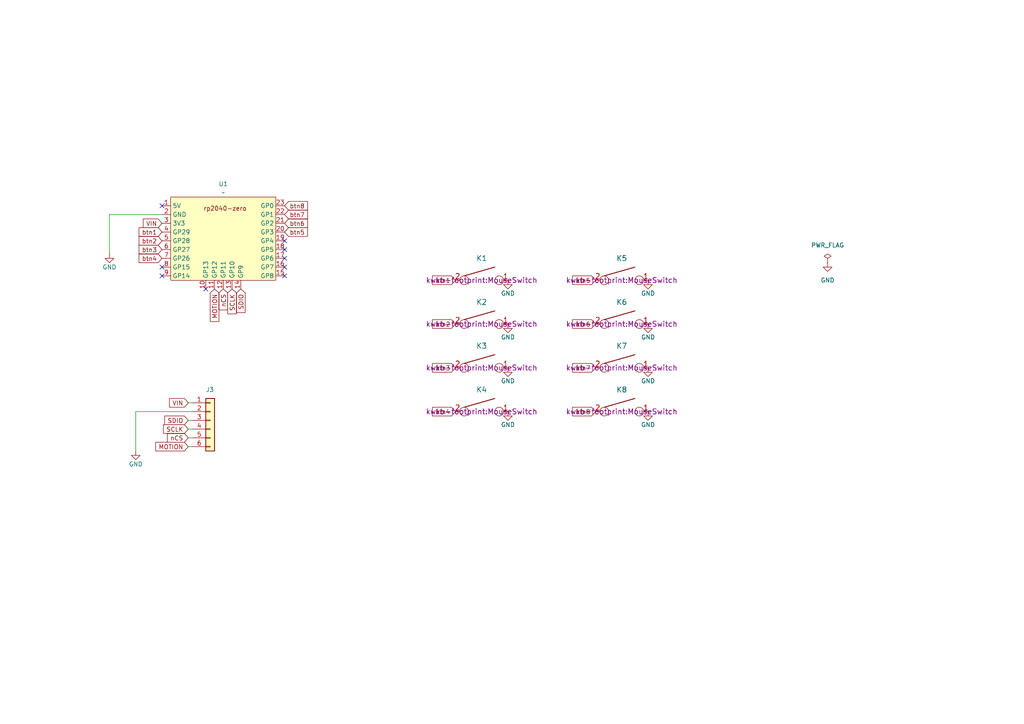
<source format=kicad_sch>
(kicad_sch (version 20231120) (generator "eeschema") (generator_version "8.0")
  (paper "A4")
  (lib_symbols
    (symbol "Connector_Generic:Conn_01x06" (pin_names (offset 1.016) hide)
      (property "Reference" "J" (at 0 7.62 0))
      (property "Value" "Conn_01x06" (at 0 -10.16 0))
      (symbol "Conn_01x06_1_1"
        (rectangle (start -1.27 -7.493) (end 0 -7.747) (stroke (width 0.1524)))
        (rectangle (start -1.27 -4.953) (end 0 -5.207) (stroke (width 0.1524)))
        (rectangle (start -1.27 -2.413) (end 0 -2.667) (stroke (width 0.1524)))
        (rectangle (start -1.27 0.127) (end 0 -0.127) (stroke (width 0.1524)))
        (rectangle (start -1.27 2.667) (end 0 2.413) (stroke (width 0.1524)))
        (rectangle (start -1.27 5.207) (end 0 4.953) (stroke (width 0.1524)))
        (rectangle (start -1.27 6.35) (end 1.27 -8.89) (stroke (width 0.254)) (fill (type background)))
        (pin passive line (at -5.08 5.08 0) (length 3.81) (name "Pin_1") (number "1"))
        (pin passive line (at -5.08 2.54 0) (length 3.81) (name "Pin_2") (number "2"))
        (pin passive line (at -5.08 0 0) (length 3.81) (name "Pin_3") (number "3"))
        (pin passive line (at -5.08 -2.54 0) (length 3.81) (name "Pin_4") (number "4"))
        (pin passive line (at -5.08 -5.08 0) (length 3.81) (name "Pin_5") (number "5"))
        (pin passive line (at -5.08 -7.62 0) (length 3.81) (name "Pin_6") (number "6"))
      )
    )
    (symbol "kwkb:KEYSW" (pin_names (offset 1.016))
      (property "Reference" "K?" (at -1.27 0 0))
      (symbol "KEYSW_0_1"
        (circle (center -5.08 0) (radius 1.27))
        (polyline (pts (xy -5.08 1.27) (xy 3.81 3.81)) (stroke (width 0.254)))
        (circle (center 5.08 0) (radius 1.27))
      )
      (symbol "KEYSW_1_1"
        (pin passive line (at 7.62 0 180) (length 1.27) (name "~") (number "1"))
        (pin passive line (at -7.62 0 0) (length 1.27) (name "~") (number "2"))
      )
    )
    (symbol "kwkb:rp2040-zero"
      (property "Reference" "U" (at -11.684 30.988 0))
      (symbol "rp2040-zero_0_1"
        (rectangle (start -15.24 29.21) (end 15.24 5.08) (fill (type background)))
      )
      (symbol "rp2040-zero_1_0"
        (text "rp2040-zero" (at 0.508 25.908 0) (effects (font (size 1.27 1.27))))
      )
      (symbol "rp2040-zero_1_1"
        (pin power_in line (at -17.78 26.67 0) (length 2.54) (name "5V") (number "1"))
        (pin bidirectional line (at -5.08 2.54 90) (length 2.54) (name "GP13") (number "10"))
        (pin bidirectional line (at -2.54 2.54 90) (length 2.54) (name "GP12") (number "11"))
        (pin bidirectional line (at 0 2.54 90) (length 2.54) (name "GP11") (number "12"))
        (pin bidirectional line (at 2.54 2.54 90) (length 2.54) (name "GP10") (number "13"))
        (pin bidirectional line (at 5.08 2.54 90) (length 2.54) (name "GP9") (number "14"))
        (pin bidirectional line (at 17.78 6.35 180) (length 2.54) (name "GP8") (number "15"))
        (pin bidirectional line (at 17.78 8.89 180) (length 2.54) (name "GP7") (number "16"))
        (pin bidirectional line (at 17.78 11.43 180) (length 2.54) (name "GP6") (number "17"))
        (pin bidirectional line (at 17.78 13.97 180) (length 2.54) (name "GP5") (number "18"))
        (pin bidirectional line (at 17.78 16.51 180) (length 2.54) (name "GP4") (number "19"))
        (pin power_in line (at -17.78 24.13 0) (length 2.54) (name "GND") (number "2"))
        (pin bidirectional line (at 17.78 19.05 180) (length 2.54) (name "GP3") (number "20"))
        (pin bidirectional line (at 17.78 21.59 180) (length 2.54) (name "GP2") (number "21"))
        (pin bidirectional line (at 17.78 24.13 180) (length 2.54) (name "GP1") (number "22"))
        (pin bidirectional line (at 17.78 26.67 180) (length 2.54) (name "GP0") (number "23"))
        (pin bidirectional line (at -17.78 21.59 0) (length 2.54) (name "3V3") (number "3"))
        (pin bidirectional line (at -17.78 19.05 0) (length 2.54) (name "GP29") (number "4"))
        (pin bidirectional line (at -17.78 16.51 0) (length 2.54) (name "GP28") (number "5"))
        (pin bidirectional line (at -17.78 13.97 0) (length 2.54) (name "GP27") (number "6"))
        (pin bidirectional line (at -17.78 11.43 0) (length 2.54) (name "GP26") (number "7"))
        (pin bidirectional line (at -17.78 8.89 0) (length 2.54) (name "GP15") (number "8"))
        (pin bidirectional line (at -17.78 6.35 0) (length 2.54) (name "GP14") (number "9"))
      )
    )
    (symbol "power:GND" (power) (pin_numbers hide) (pin_names (offset 0) hide)
      (property "Value" "GND" (at 0 -3.81 0))
      (symbol "GND_0_1"
        (polyline (pts (xy 0 0) (xy 0 -1.27) (xy 1.27 -1.27) (xy 0 -2.54) (xy -1.27 -1.27) (xy 0 -1.27)))
      )
      (symbol "GND_1_1"
        (pin power_in line (at 0 0 270) (length 0) (name "~") (number "1"))
      )
    )
    (symbol "power:PWR_FLAG" (power) (pin_numbers hide) (pin_names (offset 0) hide)
      (property "Value" "PWR_FLAG" (at 0 3.81 0))
      (symbol "PWR_FLAG_0_0"
        (pin power_out line (at 0 0 90) (length 0) (name "~") (number "1"))
      )
      (symbol "PWR_FLAG_0_1"
        (polyline (pts (xy 0 0) (xy 0 1.27) (xy -1.016 1.905) (xy 0 2.54) (xy 1.016 1.905) (xy 0 1.27)))
      )
    )
  )
  (no_connect (at 82.55 74.93))
  (no_connect (at 82.55 69.85))
  (no_connect (at 59.69 83.82))
  (no_connect (at 46.99 77.47))
  (no_connect (at 46.99 59.69))
  (no_connect (at 46.99 80.01))
  (no_connect (at 82.55 77.47))
  (no_connect (at 82.55 72.39))
  (no_connect (at 82.55 80.01))
  (wire (pts (xy 31.75 73.66) (xy 31.75 62.23)))
  (wire (pts (xy 54.61 116.84) (xy 55.88 116.84)))
  (wire (pts (xy 54.61 127) (xy 55.88 127)))
  (wire (pts (xy 39.37 119.38) (xy 39.37 130.81)))
  (wire (pts (xy 55.88 119.38) (xy 39.37 119.38)))
  (wire (pts (xy 54.61 121.92) (xy 55.88 121.92)))
  (wire (pts (xy 31.75 62.23) (xy 46.99 62.23)))
  (wire (pts (xy 54.61 124.46) (xy 55.88 124.46)))
  (wire (pts (xy 54.61 129.54) (xy 55.88 129.54)))
  (global_label "btn1" (shape input) (at 46.99 67.31 180) (property "Intersheetrefs" "${INTERSHEET_REFS}" (effects (hide yes))))
  (global_label "SDIO" (shape input) (at 54.61 121.92 180) (property "Intersheetrefs" "${INTERSHEET_REFS}" (effects (hide yes))))
  (global_label "btn3" (shape input) (at 46.99 72.39 180) (property "Intersheetrefs" "${INTERSHEET_REFS}" (effects (hide yes))))
  (global_label "SCLK" (shape input) (at 67.31 83.82 270) (property "Intersheetrefs" "${INTERSHEET_REFS}" (effects (hide yes))))
  (global_label "btn7" (shape input) (at 82.55 62.23 0) (property "Intersheetrefs" "${INTERSHEET_REFS}" (effects (hide yes))))
  (global_label "btn7" (shape input) (at 172.72 106.68 180) (property "Intersheetrefs" "${INTERSHEET_REFS}" (effects (hide yes))))
  (global_label "btn8" (shape input) (at 172.72 119.38 180) (property "Intersheetrefs" "${INTERSHEET_REFS}" (effects (hide yes))))
  (global_label "btn4" (shape input) (at 46.99 74.93 180) (property "Intersheetrefs" "${INTERSHEET_REFS}" (effects (hide yes))))
  (global_label "btn5" (shape input) (at 82.55 67.31 0) (property "Intersheetrefs" "${INTERSHEET_REFS}" (effects (hide yes))))
  (global_label "VIN" (shape input) (at 46.99 64.77 180) (property "Intersheetrefs" "${INTERSHEET_REFS}" (effects (hide yes))))
  (global_label "SDIO" (shape input) (at 69.85 83.82 270) (property "Intersheetrefs" "${INTERSHEET_REFS}" (effects (hide yes))))
  (global_label "VIN" (shape input) (at 54.61 116.84 180) (property "Intersheetrefs" "${INTERSHEET_REFS}" (effects (hide yes))))
  (global_label "btn2" (shape input) (at 132.08 93.98 180) (property "Intersheetrefs" "${INTERSHEET_REFS}" (effects (hide yes))))
  (global_label "nCS" (shape input) (at 64.77 83.82 270) (property "Intersheetrefs" "${INTERSHEET_REFS}" (effects (hide yes))))
  (global_label "MOTION" (shape input) (at 62.23 83.82 270) (property "Intersheetrefs" "${INTERSHEET_REFS}" (effects (hide yes))))
  (global_label "btn5" (shape input) (at 172.72 81.28 180) (property "Intersheetrefs" "${INTERSHEET_REFS}" (effects (hide yes))))
  (global_label "btn3" (shape input) (at 132.08 106.68 180) (property "Intersheetrefs" "${INTERSHEET_REFS}" (effects (hide yes))))
  (global_label "btn1" (shape input) (at 132.08 81.28 180) (property "Intersheetrefs" "${INTERSHEET_REFS}" (effects (hide yes))))
  (global_label "btn6" (shape input) (at 172.72 93.98 180) (property "Intersheetrefs" "${INTERSHEET_REFS}" (effects (hide yes))))
  (global_label "btn4" (shape input) (at 132.08 119.38 180) (property "Intersheetrefs" "${INTERSHEET_REFS}" (effects (hide yes))))
  (global_label "btn8" (shape input) (at 82.55 59.69 0) (property "Intersheetrefs" "${INTERSHEET_REFS}" (effects (hide yes))))
  (global_label "MOTION" (shape input) (at 54.61 129.54 180) (property "Intersheetrefs" "${INTERSHEET_REFS}" (effects (hide yes))))
  (global_label "SCLK" (shape input) (at 54.61 124.46 180) (property "Intersheetrefs" "${INTERSHEET_REFS}" (effects (hide yes))))
  (global_label "nCS" (shape input) (at 54.61 127 180) (property "Intersheetrefs" "${INTERSHEET_REFS}" (effects (hide yes))))
  (global_label "btn2" (shape input) (at 46.99 69.85 180) (property "Intersheetrefs" "${INTERSHEET_REFS}" (effects (hide yes))))
  (global_label "btn6" (shape input) (at 82.55 64.77 0) (property "Intersheetrefs" "${INTERSHEET_REFS}" (effects (hide yes))))
  (symbol (lib_id "kwkb:KEYSW") (at 180.34 106.68 0) (unit 1)
    (property "Reference" "K7" (at 180.34 100.33 0) (effects (font (size 1.524 1.524))))
    (property "Value" "KEYSW" (effects (hide yes)))
    (property "Footprint" "kwkb-footprint:MouseSwitch" (at 180.34 106.68 0) (effects (font (size 1.524 1.524))))
  )
  (symbol (lib_id "power:GND") (at 240.03 76.2 0) (unit 1)
    (property "Reference" "#PWR011" (effects (hide yes)))
    (property "Value" "GND" (at 240.03 81.28 0))
    (property "Description" "Power symbol creates a global label with name \"GND\" , ground" (effects (hide yes)))
  )
  (symbol (lib_id "kwkb:KEYSW") (at 139.7 81.28 0) (unit 1)
    (property "Reference" "K1" (at 139.7 74.93 0) (effects (font (size 1.524 1.524))))
    (property "Value" "KEYSW" (effects (hide yes)))
    (property "Footprint" "kwkb-footprint:MouseSwitch" (at 139.7 81.28 0) (effects (font (size 1.524 1.524))))
  )
  (symbol (lib_id "kwkb:KEYSW") (at 139.7 119.38 0) (unit 1)
    (property "Reference" "K4" (at 139.7 113.03 0) (effects (font (size 1.524 1.524))))
    (property "Value" "KEYSW" (effects (hide yes)))
    (property "Footprint" "kwkb-footprint:MouseSwitch" (at 139.7 119.38 0) (effects (font (size 1.524 1.524))))
  )
  (symbol (lib_id "kwkb:KEYSW") (at 139.7 93.98 0) (unit 1)
    (property "Reference" "K2" (at 139.7 87.63 0) (effects (font (size 1.524 1.524))))
    (property "Value" "KEYSW" (effects (hide yes)))
    (property "Footprint" "kwkb-footprint:MouseSwitch" (at 139.7 93.98 0) (effects (font (size 1.524 1.524))))
  )
  (symbol (lib_id "power:GND") (at 147.32 119.38 0) (unit 1)
    (property "Reference" "#PWR06" (effects (hide yes)))
    (property "Value" "GND" (at 147.32 123.19 0))
    (property "Description" "Power symbol creates a global label with name \"GND\" , ground" (effects (hide yes)))
  )
  (symbol (lib_id "power:GND") (at 147.32 106.68 0) (unit 1)
    (property "Reference" "#PWR05" (effects (hide yes)))
    (property "Value" "GND" (at 147.32 110.49 0))
    (property "Description" "Power symbol creates a global label with name \"GND\" , ground" (effects (hide yes)))
  )
  (symbol (lib_id "power:GND") (at 147.32 93.98 0) (unit 1)
    (property "Reference" "#PWR04" (effects (hide yes)))
    (property "Value" "GND" (at 147.32 97.79 0))
    (property "Description" "Power symbol creates a global label with name \"GND\" , ground" (effects (hide yes)))
  )
  (symbol (lib_id "power:GND") (at 31.75 73.66 0) (unit 1)
    (property "Reference" "#PWR02" (effects (hide yes)))
    (property "Value" "GND" (at 31.75 77.47 0))
    (property "Description" "Power symbol creates a global label with name \"GND\" , ground" (effects (hide yes)))
  )
  (symbol (lib_id "power:GND") (at 187.96 119.38 0) (unit 1)
    (property "Reference" "#PWR07" (effects (hide yes)))
    (property "Value" "GND" (at 187.96 123.19 0))
    (property "Description" "Power symbol creates a global label with name \"GND\" , ground" (effects (hide yes)))
  )
  (symbol (lib_id "kwkb:KEYSW") (at 180.34 119.38 0) (unit 1)
    (property "Reference" "K8" (at 180.34 113.03 0) (effects (font (size 1.524 1.524))))
    (property "Value" "KEYSW" (effects (hide yes)))
    (property "Footprint" "kwkb-footprint:MouseSwitch" (at 180.34 119.38 0) (effects (font (size 1.524 1.524))))
  )
  (symbol (lib_id "kwkb:KEYSW") (at 180.34 93.98 0) (unit 1)
    (property "Reference" "K6" (at 180.34 87.63 0) (effects (font (size 1.524 1.524))))
    (property "Value" "KEYSW" (effects (hide yes)))
    (property "Footprint" "kwkb-footprint:MouseSwitch" (at 180.34 93.98 0) (effects (font (size 1.524 1.524))))
  )
  (symbol (lib_id "power:GND") (at 187.96 81.28 0) (unit 1)
    (property "Reference" "#PWR010" (effects (hide yes)))
    (property "Value" "GND" (at 187.96 85.09 0))
    (property "Description" "Power symbol creates a global label with name \"GND\" , ground" (effects (hide yes)))
  )
  (symbol (lib_id "power:GND") (at 39.37 130.81 0) (unit 1)
    (property "Reference" "#PWR01" (effects (hide yes)))
    (property "Value" "GND" (at 39.37 134.62 0))
    (property "Description" "Power symbol creates a global label with name \"GND\" , ground" (effects (hide yes)))
  )
  (symbol (lib_id "kwkb:rp2040-zero") (at 64.77 86.36 0) (unit 1)
    (property "Reference" "U1" (at 64.77 53.34 0))
    (property "Value" "~" (at 64.77 55.88 0))
    (property "Footprint" "kwkb-footprint:RP2024-Zero" (effects (hide yes)))
  )
  (symbol (lib_id "power:GND") (at 187.96 93.98 0) (unit 1)
    (property "Reference" "#PWR09" (effects (hide yes)))
    (property "Value" "GND" (at 187.96 97.79 0))
    (property "Description" "Power symbol creates a global label with name \"GND\" , ground" (effects (hide yes)))
  )
  (symbol (lib_id "power:PWR_FLAG") (at 240.03 76.2 0) (unit 1)
    (property "Reference" "#FLG01" (effects (hide yes)))
    (property "Value" "PWR_FLAG" (at 240.03 71.12 0))
    (property "Description" "Special symbol for telling ERC where power comes from" (effects (hide yes)))
  )
  (symbol (lib_id "power:GND") (at 187.96 106.68 0) (unit 1)
    (property "Reference" "#PWR08" (effects (hide yes)))
    (property "Value" "GND" (at 187.96 110.49 0))
    (property "Description" "Power symbol creates a global label with name \"GND\" , ground" (effects (hide yes)))
  )
  (symbol (lib_id "kwkb:KEYSW") (at 180.34 81.28 0) (unit 1)
    (property "Reference" "K5" (at 180.34 74.93 0) (effects (font (size 1.524 1.524))))
    (property "Value" "KEYSW" (effects (hide yes)))
    (property "Footprint" "kwkb-footprint:MouseSwitch" (at 180.34 81.28 0) (effects (font (size 1.524 1.524))))
  )
  (symbol (lib_id "kwkb:KEYSW") (at 139.7 106.68 0) (unit 1)
    (property "Reference" "K3" (at 139.7 100.33 0) (effects (font (size 1.524 1.524))))
    (property "Value" "KEYSW" (effects (hide yes)))
    (property "Footprint" "kwkb-footprint:MouseSwitch" (at 139.7 106.68 0) (effects (font (size 1.524 1.524))))
  )
  (symbol (lib_id "Connector_Generic:Conn_01x06") (at 60.96 121.92 0) (unit 1)
    (property "Reference" "J3" (at 59.69 113.03 0) (effects (justify left)))
    (property "Value" "Conn_01x06" (effects (hide yes)))
    (property "Footprint" "Connector_PinHeader_2.54mm:PinHeader_1x06_P2.54mm_Vertical" (effects (hide yes)))
    (property "Description" "Generic connector, single row, 01x06, script generated (kicad-library-utils/schlib/autogen/connector/)" (effects (hide yes)))
  )
  (symbol (lib_id "power:GND") (at 147.32 81.28 0) (unit 1)
    (property "Reference" "#PWR03" (effects (hide yes)))
    (property "Value" "GND" (at 147.32 85.09 0))
    (property "Description" "Power symbol creates a global label with name \"GND\" , ground" (effects (hide yes)))
  )
)
</source>
